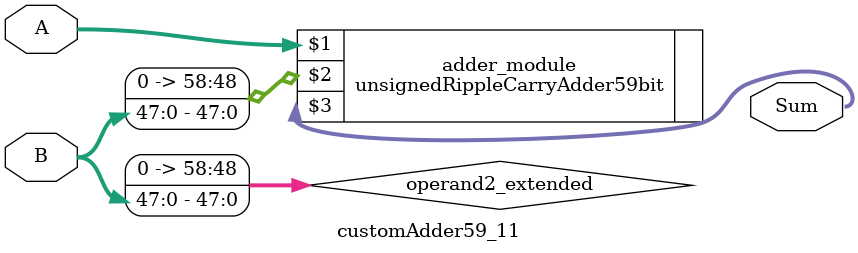
<source format=v>
module customAdder59_11(
                        input [58 : 0] A,
                        input [47 : 0] B,
                        
                        output [59 : 0] Sum
                );

        wire [58 : 0] operand2_extended;
        
        assign operand2_extended =  {11'b0, B};
        
        unsignedRippleCarryAdder59bit adder_module(
            A,
            operand2_extended,
            Sum
        );
        
        endmodule
        
</source>
